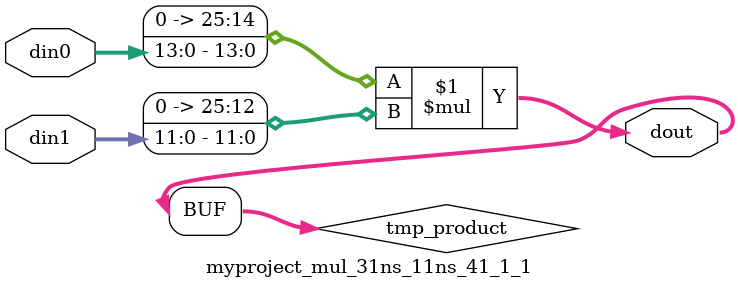
<source format=v>

`timescale 1 ns / 1 ps

  module myproject_mul_31ns_11ns_41_1_1(din0, din1, dout);
parameter ID = 1;
parameter NUM_STAGE = 0;
parameter din0_WIDTH = 14;
parameter din1_WIDTH = 12;
parameter dout_WIDTH = 26;

input [din0_WIDTH - 1 : 0] din0; 
input [din1_WIDTH - 1 : 0] din1; 
output [dout_WIDTH - 1 : 0] dout;

wire signed [dout_WIDTH - 1 : 0] tmp_product;










assign tmp_product = $signed({1'b0, din0}) * $signed({1'b0, din1});











assign dout = tmp_product;







endmodule

</source>
